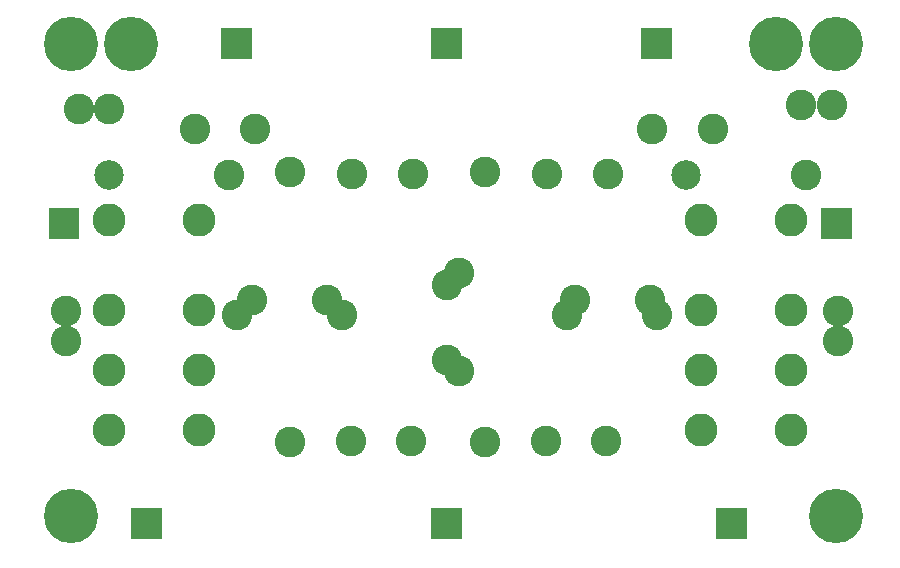
<source format=gbr>
%FSLAX34Y34*%
%MOMM*%
%LNSOLDERMASK_TOP*%
G71*
G01*
%ADD10C,2.800*%
%ADD11C,2.600*%
%ADD12C,2.500*%
%ADD13C,2.600*%
%ADD14C,4.600*%
%LPD*%
X-318360Y-40410D02*
G54D10*
D03*
X-242160Y-40410D02*
G54D10*
D03*
X-318360Y-116610D02*
G54D10*
D03*
X-318360Y-167410D02*
G54D10*
D03*
X-318360Y-218210D02*
G54D10*
D03*
X-242160Y-116610D02*
G54D10*
D03*
X-242160Y-167410D02*
G54D10*
D03*
X-242160Y-218210D02*
G54D10*
D03*
X183290Y-40410D02*
G54D10*
D03*
X259490Y-40410D02*
G54D10*
D03*
X183290Y-116610D02*
G54D10*
D03*
X183290Y-167410D02*
G54D10*
D03*
X183290Y-218210D02*
G54D10*
D03*
X259490Y-116610D02*
G54D10*
D03*
X259490Y-167410D02*
G54D10*
D03*
X259490Y-218210D02*
G54D10*
D03*
X-194700Y36616D02*
G54D11*
D03*
X-245680Y36504D02*
G54D11*
D03*
X272190Y-2309D02*
G54D12*
D03*
X170590Y-2309D02*
G54D12*
D03*
X-209550Y-120650D02*
G54D13*
D03*
X-120650Y-120650D02*
G54D13*
D03*
X192650Y36616D02*
G54D11*
D03*
X141670Y36504D02*
G54D11*
D03*
X-22225Y-85725D02*
G54D13*
D03*
X-22225Y-168275D02*
G54D13*
D03*
X-61350Y-1484D02*
G54D11*
D03*
X-112331Y-1596D02*
G54D11*
D03*
X-113670Y-227652D02*
G54D11*
D03*
X-62690Y-227540D02*
G54D11*
D03*
X-216760Y-2309D02*
G54D12*
D03*
X-318360Y-2309D02*
G54D12*
D03*
X51430Y-227652D02*
G54D11*
D03*
X102410Y-227540D02*
G54D11*
D03*
X69850Y-120650D02*
G54D13*
D03*
X146050Y-120650D02*
G54D13*
D03*
X103750Y-1484D02*
G54D11*
D03*
X52769Y-1596D02*
G54D11*
D03*
X-343548Y53652D02*
G54D11*
D03*
X-318048Y53652D02*
G54D11*
D03*
X-354819Y-117393D02*
G54D11*
D03*
X-354819Y-142893D02*
G54D11*
D03*
X299231Y-117393D02*
G54D11*
D03*
X299231Y-142893D02*
G54D11*
D03*
X-62690Y-227540D02*
G54D11*
D03*
X102410Y-227540D02*
G54D11*
D03*
X-242160Y-40410D02*
G54D11*
D03*
X259490Y-40410D02*
G54D11*
D03*
X-216760Y-2309D02*
G54D11*
D03*
X-194700Y36616D02*
G54D11*
D03*
X272190Y-2309D02*
G54D11*
D03*
X141670Y36504D02*
G54D11*
D03*
X-61350Y-1484D02*
G54D11*
D03*
X103750Y-1484D02*
G54D11*
D03*
X293457Y56638D02*
G54D11*
D03*
X267957Y56638D02*
G54D11*
D03*
G36*
X-299610Y-284709D02*
X-273610Y-284709D01*
X-273610Y-310709D01*
X-299610Y-310709D01*
X-299610Y-284709D01*
G37*
G36*
X-45610Y-284709D02*
X-19610Y-284709D01*
X-19610Y-310709D01*
X-45610Y-310709D01*
X-45610Y-284709D01*
G37*
G36*
X195690Y-284709D02*
X221690Y-284709D01*
X221690Y-310709D01*
X195690Y-310709D01*
X195690Y-284709D01*
G37*
G36*
X-223410Y121691D02*
X-197410Y121691D01*
X-197410Y95691D01*
X-223410Y95691D01*
X-223410Y121691D01*
G37*
G36*
X-45610Y121691D02*
X-19610Y121691D01*
X-19610Y95691D01*
X-45610Y95691D01*
X-45610Y121691D01*
G37*
G36*
X132190Y121691D02*
X158190Y121691D01*
X158190Y95691D01*
X132190Y95691D01*
X132190Y121691D01*
G37*
X297590Y-291359D02*
G54D14*
D03*
X-350110Y-291359D02*
G54D14*
D03*
X-350110Y108691D02*
G54D14*
D03*
X297590Y108691D02*
G54D14*
D03*
X-299310Y108691D02*
G54D14*
D03*
X246790Y108691D02*
G54D14*
D03*
G36*
X284590Y-30709D02*
X310590Y-30709D01*
X310590Y-56709D01*
X284590Y-56709D01*
X284590Y-30709D01*
G37*
G36*
X-369460Y-30709D02*
X-343460Y-30709D01*
X-343460Y-56709D01*
X-369460Y-56709D01*
X-369460Y-30709D01*
G37*
X-196850Y-107950D02*
G54D13*
D03*
X-133350Y-107950D02*
G54D13*
D03*
X-31750Y-95250D02*
G54D13*
D03*
X-31750Y-158750D02*
G54D13*
D03*
X76200Y-107950D02*
G54D13*
D03*
X139700Y-107950D02*
G54D13*
D03*
X-165100Y0D02*
G54D11*
D03*
X-165100Y-228600D02*
G54D11*
D03*
X0Y-228600D02*
G54D11*
D03*
X0Y0D02*
G54D11*
D03*
M02*

</source>
